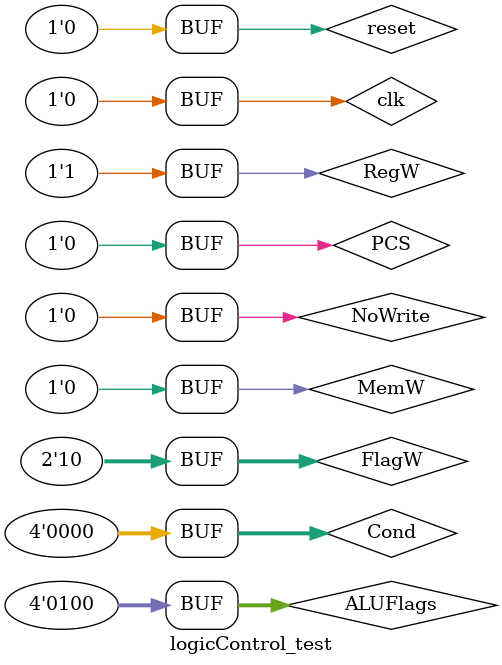
<source format=v>
`timescale 1ns / 1ps


module logicControl_test;

	// Inputs
	reg NoWrite;
	reg clk;
	reg reset;
	reg [3:0] Cond;
	reg [3:0] ALUFlags;
	reg [1:0] FlagW;
	reg PCS;
	reg RegW;
	reg MemW;

	// Outputs
	wire PCSrc;
	wire RegWrite;
	wire MemWrite;

	// Instantiate the Unit Under Test (UUT)
	logicControl uut (
		.NoWrite(NoWrite),
		.clk(clk), 
		.reset(reset), 
		.Cond(Cond), 
		.ALUFlags(ALUFlags), 
		.FlagW(FlagW), 
		.PCS(PCS), 
		.RegW(RegW), 
		.MemW(MemW), 
		.PCSrc(PCSrc), 
		.RegWrite(RegWrite), 
		.MemWrite(MemWrite)
	);

	initial begin
		// Initialize Inputs
		NoWrite=0;
		clk = 0;
		reset = 0;
		Cond = 0;
		ALUFlags = 4;
		FlagW = 2;
		PCS = 0;
		RegW = 1;
		MemW = 0;

		// Wait 100 ns for global reset to finish
		// Add stimulus here
	end
	always 
		begin
		#20 clk=5;
		#20 clk=0;
		end
		
endmodule


</source>
